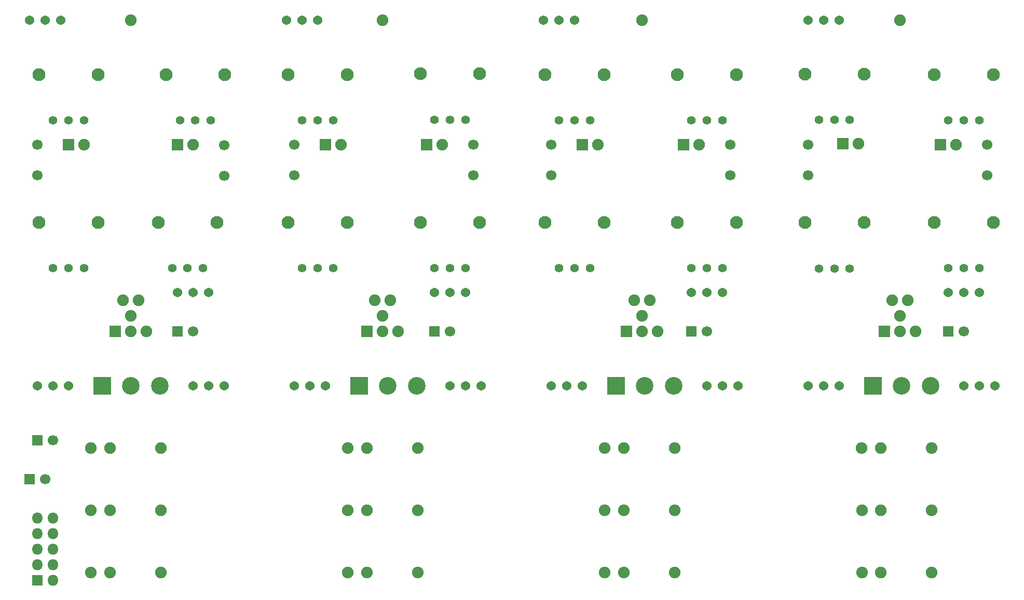
<source format=gts>
G04 #@! TF.GenerationSoftware,KiCad,Pcbnew,(5.1.6-0-10_14)*
G04 #@! TF.CreationDate,2022-01-01T22:04:21+00:00*
G04 #@! TF.ProjectId,Quad Tube VCA,51756164-2054-4756-9265-205643412e6b,rev?*
G04 #@! TF.SameCoordinates,Original*
G04 #@! TF.FileFunction,Soldermask,Top*
G04 #@! TF.FilePolarity,Negative*
%FSLAX46Y46*%
G04 Gerber Fmt 4.6, Leading zero omitted, Abs format (unit mm)*
G04 Created by KiCad (PCBNEW (5.1.6-0-10_14)) date 2022-01-01 22:04:21*
%MOMM*%
%LPD*%
G01*
G04 APERTURE LIST*
%ADD10C,1.700000*%
%ADD11R,1.700000X1.700000*%
%ADD12C,1.900000*%
%ADD13R,1.900000X1.900000*%
%ADD14C,2.875000*%
%ADD15R,2.875000X2.875000*%
%ADD16C,2.100000*%
%ADD17C,1.400000*%
%ADD18C,1.540000*%
%ADD19O,1.800000X1.800000*%
%ADD20R,1.800000X1.800000*%
G04 APERTURE END LIST*
D10*
X220940000Y-99060000D03*
D11*
X218440000Y-99060000D03*
D10*
X179030000Y-99060000D03*
D11*
X176530000Y-99060000D03*
D10*
X137120000Y-99060000D03*
D11*
X134620000Y-99060000D03*
D10*
X95210000Y-99060000D03*
D11*
X92710000Y-99060000D03*
D10*
X72350000Y-116840000D03*
D11*
X69850000Y-116840000D03*
D10*
X71080000Y-123190000D03*
D11*
X68580000Y-123190000D03*
D12*
X126153333Y-48260000D03*
X126153333Y-96520000D03*
X124883333Y-93980000D03*
X127423333Y-93980000D03*
X128693333Y-99060000D03*
X126153333Y-99060000D03*
D13*
X123613333Y-99060000D03*
D12*
X85090000Y-48260000D03*
X85090000Y-96520000D03*
X83820000Y-93980000D03*
X86360000Y-93980000D03*
X87630000Y-99060000D03*
X85090000Y-99060000D03*
D13*
X82550000Y-99060000D03*
D12*
X210550000Y-48260000D03*
X210550000Y-96520000D03*
X209280000Y-93980000D03*
X211820000Y-93980000D03*
X213090000Y-99060000D03*
X210550000Y-99060000D03*
D13*
X208010000Y-99060000D03*
D12*
X168486666Y-48260000D03*
X168486666Y-96520000D03*
X167216666Y-93980000D03*
X169756666Y-93980000D03*
X171026666Y-99060000D03*
X168486666Y-99060000D03*
D13*
X165946666Y-99060000D03*
D14*
X215520000Y-107950000D03*
X210820000Y-107950000D03*
D15*
X206120000Y-107950000D03*
D14*
X173610000Y-107950000D03*
X168910000Y-107950000D03*
D15*
X164210000Y-107950000D03*
D14*
X131700000Y-107950000D03*
X127000000Y-107950000D03*
D15*
X122300000Y-107950000D03*
D14*
X89790000Y-107950000D03*
X85090000Y-107950000D03*
D15*
X80390000Y-107950000D03*
D16*
X204680000Y-57070000D03*
X195080000Y-57070000D03*
D17*
X202380000Y-64570000D03*
X199880000Y-64570000D03*
X197380000Y-64570000D03*
D16*
X162280000Y-57150000D03*
X152680000Y-57150000D03*
D17*
X159980000Y-64650000D03*
X157480000Y-64650000D03*
X154980000Y-64650000D03*
D16*
X120370000Y-57150000D03*
X110770000Y-57150000D03*
D17*
X118070000Y-64650000D03*
X115570000Y-64650000D03*
X113070000Y-64650000D03*
D16*
X79730000Y-57150000D03*
X70130000Y-57150000D03*
D17*
X77430000Y-64650000D03*
X74930000Y-64650000D03*
X72430000Y-64650000D03*
D16*
X204680000Y-81320000D03*
X195080000Y-81320000D03*
D17*
X202380000Y-88820000D03*
X199880000Y-88820000D03*
X197380000Y-88820000D03*
D16*
X162280000Y-81280000D03*
X152680000Y-81280000D03*
D17*
X159980000Y-88780000D03*
X157480000Y-88780000D03*
X154980000Y-88780000D03*
D16*
X120370000Y-81280000D03*
X110770000Y-81280000D03*
D17*
X118070000Y-88780000D03*
X115570000Y-88780000D03*
X113070000Y-88780000D03*
D16*
X79730000Y-81280000D03*
X70130000Y-81280000D03*
D17*
X77430000Y-88780000D03*
X74930000Y-88780000D03*
X72430000Y-88780000D03*
D16*
X225780000Y-57150000D03*
X216180000Y-57150000D03*
D17*
X223480000Y-64650000D03*
X220980000Y-64650000D03*
X218480000Y-64650000D03*
D16*
X183870000Y-57150000D03*
X174270000Y-57150000D03*
D17*
X181570000Y-64650000D03*
X179070000Y-64650000D03*
X176570000Y-64650000D03*
D16*
X141960000Y-57030000D03*
X132360000Y-57030000D03*
D17*
X139660000Y-64530000D03*
X137160000Y-64530000D03*
X134660000Y-64530000D03*
D16*
X100410000Y-57130000D03*
X90810000Y-57130000D03*
D17*
X98110000Y-64630000D03*
X95610000Y-64630000D03*
X93110000Y-64630000D03*
D16*
X225780000Y-81280000D03*
X216180000Y-81280000D03*
D17*
X223480000Y-88780000D03*
X220980000Y-88780000D03*
X218480000Y-88780000D03*
D16*
X183870000Y-81280000D03*
X174270000Y-81280000D03*
D17*
X181570000Y-88780000D03*
X179070000Y-88780000D03*
X176570000Y-88780000D03*
D16*
X141960000Y-81280000D03*
X132360000Y-81280000D03*
D17*
X139660000Y-88780000D03*
X137160000Y-88780000D03*
X134660000Y-88780000D03*
D16*
X99140000Y-81260000D03*
X89540000Y-81260000D03*
D17*
X96840000Y-88760000D03*
X94340000Y-88760000D03*
X91840000Y-88760000D03*
D12*
X215770000Y-138430000D03*
X204370000Y-138430000D03*
X207470000Y-138430000D03*
X173830000Y-138430000D03*
X162430000Y-138430000D03*
X165530000Y-138430000D03*
X131920000Y-138430000D03*
X120520000Y-138430000D03*
X123620000Y-138430000D03*
X90010000Y-138430000D03*
X78610000Y-138430000D03*
X81710000Y-138430000D03*
X215740000Y-118110000D03*
X204340000Y-118110000D03*
X207440000Y-118110000D03*
X173830000Y-118110000D03*
X162430000Y-118110000D03*
X165530000Y-118110000D03*
X131920000Y-118110000D03*
X120520000Y-118110000D03*
X123620000Y-118110000D03*
X90010000Y-118110000D03*
X78610000Y-118110000D03*
X81710000Y-118110000D03*
X215770000Y-128270000D03*
X204370000Y-128270000D03*
X207470000Y-128270000D03*
X173830000Y-128270000D03*
X162430000Y-128270000D03*
X165530000Y-128270000D03*
X131920000Y-128270000D03*
X120520000Y-128270000D03*
X123620000Y-128270000D03*
X90010000Y-128270000D03*
X78610000Y-128270000D03*
X81710000Y-128270000D03*
D18*
X195580000Y-48260000D03*
X198120000Y-48260000D03*
X200660000Y-48260000D03*
X152400000Y-48260000D03*
X154940000Y-48260000D03*
X157480000Y-48260000D03*
X110490000Y-48260000D03*
X113030000Y-48260000D03*
X115570000Y-48260000D03*
X68580000Y-48260000D03*
X71120000Y-48260000D03*
X73660000Y-48260000D03*
X220980000Y-107950000D03*
X223520000Y-107950000D03*
X226060000Y-107950000D03*
X179070000Y-107950000D03*
X181610000Y-107950000D03*
X184150000Y-107950000D03*
X137160000Y-107950000D03*
X139700000Y-107950000D03*
X142240000Y-107950000D03*
X95250000Y-107950000D03*
X97790000Y-107950000D03*
X100330000Y-107950000D03*
X218440000Y-92710000D03*
X220980000Y-92710000D03*
X223520000Y-92710000D03*
X176530000Y-92710000D03*
X179070000Y-92710000D03*
X181610000Y-92710000D03*
X134620000Y-92710000D03*
X137160000Y-92710000D03*
X139700000Y-92710000D03*
X92710000Y-92710000D03*
X95250000Y-92710000D03*
X97790000Y-92710000D03*
X195580000Y-107950000D03*
X198120000Y-107950000D03*
X200660000Y-107950000D03*
X153670000Y-107950000D03*
X156210000Y-107950000D03*
X158750000Y-107950000D03*
X111760000Y-107950000D03*
X114300000Y-107950000D03*
X116840000Y-107950000D03*
X69850000Y-107950000D03*
X72390000Y-107950000D03*
X74930000Y-107950000D03*
D19*
X72390000Y-129540000D03*
X69850000Y-129540000D03*
X72390000Y-132080000D03*
X69850000Y-132080000D03*
X72390000Y-134620000D03*
X69850000Y-134620000D03*
X72390000Y-137160000D03*
X69850000Y-137160000D03*
X72390000Y-139700000D03*
D20*
X69850000Y-139700000D03*
D12*
X219710000Y-68580000D03*
D13*
X217170000Y-68580000D03*
D12*
X203790000Y-68460000D03*
D13*
X201250000Y-68460000D03*
D12*
X177800000Y-68580000D03*
D13*
X175260000Y-68580000D03*
D12*
X161290000Y-68580000D03*
D13*
X158750000Y-68580000D03*
D12*
X135890000Y-68580000D03*
D13*
X133350000Y-68580000D03*
D12*
X119380000Y-68580000D03*
D13*
X116840000Y-68580000D03*
D12*
X95250000Y-68580000D03*
D13*
X92710000Y-68580000D03*
D12*
X77470000Y-68580000D03*
D13*
X74930000Y-68580000D03*
D10*
X224790000Y-73580000D03*
X224790000Y-68580000D03*
X195580000Y-73580000D03*
X195580000Y-68580000D03*
X182880000Y-73580000D03*
X182880000Y-68580000D03*
X153670000Y-73580000D03*
X153670000Y-68580000D03*
X140970000Y-73580000D03*
X140970000Y-68580000D03*
X111760000Y-73580000D03*
X111760000Y-68580000D03*
X100330000Y-68660000D03*
X100330000Y-73660000D03*
X69850000Y-73580000D03*
X69850000Y-68580000D03*
M02*

</source>
